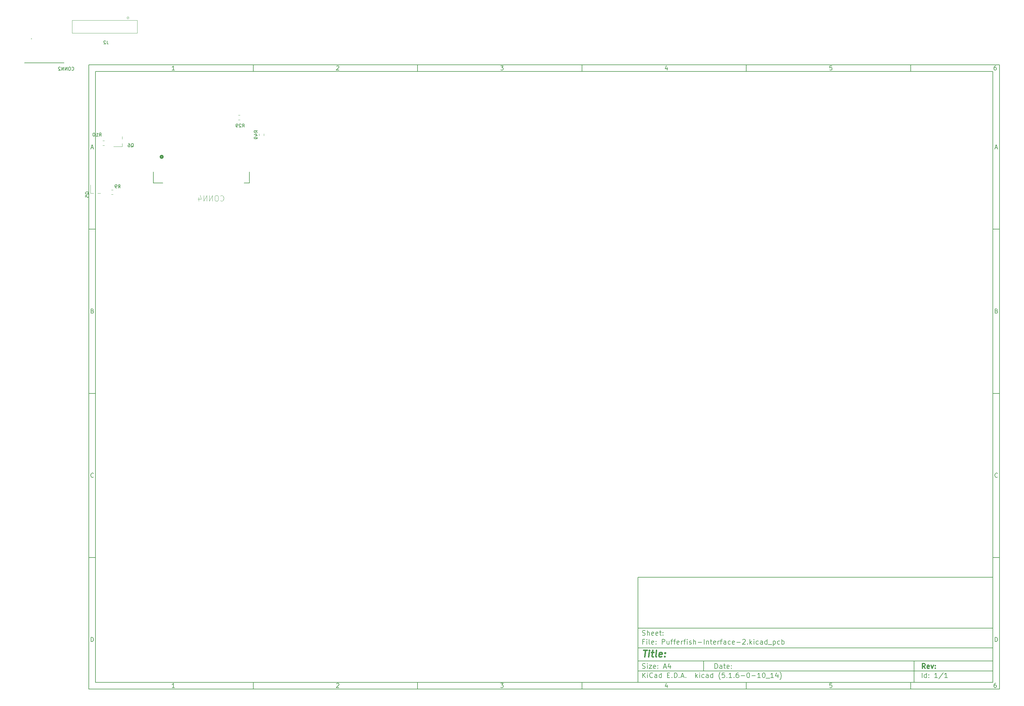
<source format=gbr>
G04 #@! TF.GenerationSoftware,KiCad,Pcbnew,(5.1.6-0-10_14)*
G04 #@! TF.CreationDate,2020-09-30T22:45:02-04:00*
G04 #@! TF.ProjectId,Pufferfish-Interface-2,50756666-6572-4666-9973-682d496e7465,rev?*
G04 #@! TF.SameCoordinates,Original*
G04 #@! TF.FileFunction,Legend,Bot*
G04 #@! TF.FilePolarity,Positive*
%FSLAX46Y46*%
G04 Gerber Fmt 4.6, Leading zero omitted, Abs format (unit mm)*
G04 Created by KiCad (PCBNEW (5.1.6-0-10_14)) date 2020-09-30 22:45:02*
%MOMM*%
%LPD*%
G01*
G04 APERTURE LIST*
%ADD10C,0.100000*%
%ADD11C,0.150000*%
%ADD12C,0.300000*%
%ADD13C,0.400000*%
%ADD14C,0.120000*%
%ADD15C,0.152400*%
%ADD16C,0.508000*%
%ADD17C,0.127000*%
%ADD18C,0.015000*%
G04 APERTURE END LIST*
D10*
D11*
X177002200Y-166007200D02*
X177002200Y-198007200D01*
X285002200Y-198007200D01*
X285002200Y-166007200D01*
X177002200Y-166007200D01*
D10*
D11*
X10000000Y-10000000D02*
X10000000Y-200007200D01*
X287002200Y-200007200D01*
X287002200Y-10000000D01*
X10000000Y-10000000D01*
D10*
D11*
X12000000Y-12000000D02*
X12000000Y-198007200D01*
X285002200Y-198007200D01*
X285002200Y-12000000D01*
X12000000Y-12000000D01*
D10*
D11*
X60000000Y-12000000D02*
X60000000Y-10000000D01*
D10*
D11*
X110000000Y-12000000D02*
X110000000Y-10000000D01*
D10*
D11*
X160000000Y-12000000D02*
X160000000Y-10000000D01*
D10*
D11*
X210000000Y-12000000D02*
X210000000Y-10000000D01*
D10*
D11*
X260000000Y-12000000D02*
X260000000Y-10000000D01*
D10*
D11*
X36065476Y-11588095D02*
X35322619Y-11588095D01*
X35694047Y-11588095D02*
X35694047Y-10288095D01*
X35570238Y-10473809D01*
X35446428Y-10597619D01*
X35322619Y-10659523D01*
D10*
D11*
X85322619Y-10411904D02*
X85384523Y-10350000D01*
X85508333Y-10288095D01*
X85817857Y-10288095D01*
X85941666Y-10350000D01*
X86003571Y-10411904D01*
X86065476Y-10535714D01*
X86065476Y-10659523D01*
X86003571Y-10845238D01*
X85260714Y-11588095D01*
X86065476Y-11588095D01*
D10*
D11*
X135260714Y-10288095D02*
X136065476Y-10288095D01*
X135632142Y-10783333D01*
X135817857Y-10783333D01*
X135941666Y-10845238D01*
X136003571Y-10907142D01*
X136065476Y-11030952D01*
X136065476Y-11340476D01*
X136003571Y-11464285D01*
X135941666Y-11526190D01*
X135817857Y-11588095D01*
X135446428Y-11588095D01*
X135322619Y-11526190D01*
X135260714Y-11464285D01*
D10*
D11*
X185941666Y-10721428D02*
X185941666Y-11588095D01*
X185632142Y-10226190D02*
X185322619Y-11154761D01*
X186127380Y-11154761D01*
D10*
D11*
X236003571Y-10288095D02*
X235384523Y-10288095D01*
X235322619Y-10907142D01*
X235384523Y-10845238D01*
X235508333Y-10783333D01*
X235817857Y-10783333D01*
X235941666Y-10845238D01*
X236003571Y-10907142D01*
X236065476Y-11030952D01*
X236065476Y-11340476D01*
X236003571Y-11464285D01*
X235941666Y-11526190D01*
X235817857Y-11588095D01*
X235508333Y-11588095D01*
X235384523Y-11526190D01*
X235322619Y-11464285D01*
D10*
D11*
X285941666Y-10288095D02*
X285694047Y-10288095D01*
X285570238Y-10350000D01*
X285508333Y-10411904D01*
X285384523Y-10597619D01*
X285322619Y-10845238D01*
X285322619Y-11340476D01*
X285384523Y-11464285D01*
X285446428Y-11526190D01*
X285570238Y-11588095D01*
X285817857Y-11588095D01*
X285941666Y-11526190D01*
X286003571Y-11464285D01*
X286065476Y-11340476D01*
X286065476Y-11030952D01*
X286003571Y-10907142D01*
X285941666Y-10845238D01*
X285817857Y-10783333D01*
X285570238Y-10783333D01*
X285446428Y-10845238D01*
X285384523Y-10907142D01*
X285322619Y-11030952D01*
D10*
D11*
X60000000Y-198007200D02*
X60000000Y-200007200D01*
D10*
D11*
X110000000Y-198007200D02*
X110000000Y-200007200D01*
D10*
D11*
X160000000Y-198007200D02*
X160000000Y-200007200D01*
D10*
D11*
X210000000Y-198007200D02*
X210000000Y-200007200D01*
D10*
D11*
X260000000Y-198007200D02*
X260000000Y-200007200D01*
D10*
D11*
X36065476Y-199595295D02*
X35322619Y-199595295D01*
X35694047Y-199595295D02*
X35694047Y-198295295D01*
X35570238Y-198481009D01*
X35446428Y-198604819D01*
X35322619Y-198666723D01*
D10*
D11*
X85322619Y-198419104D02*
X85384523Y-198357200D01*
X85508333Y-198295295D01*
X85817857Y-198295295D01*
X85941666Y-198357200D01*
X86003571Y-198419104D01*
X86065476Y-198542914D01*
X86065476Y-198666723D01*
X86003571Y-198852438D01*
X85260714Y-199595295D01*
X86065476Y-199595295D01*
D10*
D11*
X135260714Y-198295295D02*
X136065476Y-198295295D01*
X135632142Y-198790533D01*
X135817857Y-198790533D01*
X135941666Y-198852438D01*
X136003571Y-198914342D01*
X136065476Y-199038152D01*
X136065476Y-199347676D01*
X136003571Y-199471485D01*
X135941666Y-199533390D01*
X135817857Y-199595295D01*
X135446428Y-199595295D01*
X135322619Y-199533390D01*
X135260714Y-199471485D01*
D10*
D11*
X185941666Y-198728628D02*
X185941666Y-199595295D01*
X185632142Y-198233390D02*
X185322619Y-199161961D01*
X186127380Y-199161961D01*
D10*
D11*
X236003571Y-198295295D02*
X235384523Y-198295295D01*
X235322619Y-198914342D01*
X235384523Y-198852438D01*
X235508333Y-198790533D01*
X235817857Y-198790533D01*
X235941666Y-198852438D01*
X236003571Y-198914342D01*
X236065476Y-199038152D01*
X236065476Y-199347676D01*
X236003571Y-199471485D01*
X235941666Y-199533390D01*
X235817857Y-199595295D01*
X235508333Y-199595295D01*
X235384523Y-199533390D01*
X235322619Y-199471485D01*
D10*
D11*
X285941666Y-198295295D02*
X285694047Y-198295295D01*
X285570238Y-198357200D01*
X285508333Y-198419104D01*
X285384523Y-198604819D01*
X285322619Y-198852438D01*
X285322619Y-199347676D01*
X285384523Y-199471485D01*
X285446428Y-199533390D01*
X285570238Y-199595295D01*
X285817857Y-199595295D01*
X285941666Y-199533390D01*
X286003571Y-199471485D01*
X286065476Y-199347676D01*
X286065476Y-199038152D01*
X286003571Y-198914342D01*
X285941666Y-198852438D01*
X285817857Y-198790533D01*
X285570238Y-198790533D01*
X285446428Y-198852438D01*
X285384523Y-198914342D01*
X285322619Y-199038152D01*
D10*
D11*
X10000000Y-60000000D02*
X12000000Y-60000000D01*
D10*
D11*
X10000000Y-110000000D02*
X12000000Y-110000000D01*
D10*
D11*
X10000000Y-160000000D02*
X12000000Y-160000000D01*
D10*
D11*
X10690476Y-35216666D02*
X11309523Y-35216666D01*
X10566666Y-35588095D02*
X11000000Y-34288095D01*
X11433333Y-35588095D01*
D10*
D11*
X11092857Y-84907142D02*
X11278571Y-84969047D01*
X11340476Y-85030952D01*
X11402380Y-85154761D01*
X11402380Y-85340476D01*
X11340476Y-85464285D01*
X11278571Y-85526190D01*
X11154761Y-85588095D01*
X10659523Y-85588095D01*
X10659523Y-84288095D01*
X11092857Y-84288095D01*
X11216666Y-84350000D01*
X11278571Y-84411904D01*
X11340476Y-84535714D01*
X11340476Y-84659523D01*
X11278571Y-84783333D01*
X11216666Y-84845238D01*
X11092857Y-84907142D01*
X10659523Y-84907142D01*
D10*
D11*
X11402380Y-135464285D02*
X11340476Y-135526190D01*
X11154761Y-135588095D01*
X11030952Y-135588095D01*
X10845238Y-135526190D01*
X10721428Y-135402380D01*
X10659523Y-135278571D01*
X10597619Y-135030952D01*
X10597619Y-134845238D01*
X10659523Y-134597619D01*
X10721428Y-134473809D01*
X10845238Y-134350000D01*
X11030952Y-134288095D01*
X11154761Y-134288095D01*
X11340476Y-134350000D01*
X11402380Y-134411904D01*
D10*
D11*
X10659523Y-185588095D02*
X10659523Y-184288095D01*
X10969047Y-184288095D01*
X11154761Y-184350000D01*
X11278571Y-184473809D01*
X11340476Y-184597619D01*
X11402380Y-184845238D01*
X11402380Y-185030952D01*
X11340476Y-185278571D01*
X11278571Y-185402380D01*
X11154761Y-185526190D01*
X10969047Y-185588095D01*
X10659523Y-185588095D01*
D10*
D11*
X287002200Y-60000000D02*
X285002200Y-60000000D01*
D10*
D11*
X287002200Y-110000000D02*
X285002200Y-110000000D01*
D10*
D11*
X287002200Y-160000000D02*
X285002200Y-160000000D01*
D10*
D11*
X285692676Y-35216666D02*
X286311723Y-35216666D01*
X285568866Y-35588095D02*
X286002200Y-34288095D01*
X286435533Y-35588095D01*
D10*
D11*
X286095057Y-84907142D02*
X286280771Y-84969047D01*
X286342676Y-85030952D01*
X286404580Y-85154761D01*
X286404580Y-85340476D01*
X286342676Y-85464285D01*
X286280771Y-85526190D01*
X286156961Y-85588095D01*
X285661723Y-85588095D01*
X285661723Y-84288095D01*
X286095057Y-84288095D01*
X286218866Y-84350000D01*
X286280771Y-84411904D01*
X286342676Y-84535714D01*
X286342676Y-84659523D01*
X286280771Y-84783333D01*
X286218866Y-84845238D01*
X286095057Y-84907142D01*
X285661723Y-84907142D01*
D10*
D11*
X286404580Y-135464285D02*
X286342676Y-135526190D01*
X286156961Y-135588095D01*
X286033152Y-135588095D01*
X285847438Y-135526190D01*
X285723628Y-135402380D01*
X285661723Y-135278571D01*
X285599819Y-135030952D01*
X285599819Y-134845238D01*
X285661723Y-134597619D01*
X285723628Y-134473809D01*
X285847438Y-134350000D01*
X286033152Y-134288095D01*
X286156961Y-134288095D01*
X286342676Y-134350000D01*
X286404580Y-134411904D01*
D10*
D11*
X285661723Y-185588095D02*
X285661723Y-184288095D01*
X285971247Y-184288095D01*
X286156961Y-184350000D01*
X286280771Y-184473809D01*
X286342676Y-184597619D01*
X286404580Y-184845238D01*
X286404580Y-185030952D01*
X286342676Y-185278571D01*
X286280771Y-185402380D01*
X286156961Y-185526190D01*
X285971247Y-185588095D01*
X285661723Y-185588095D01*
D10*
D11*
X200434342Y-193785771D02*
X200434342Y-192285771D01*
X200791485Y-192285771D01*
X201005771Y-192357200D01*
X201148628Y-192500057D01*
X201220057Y-192642914D01*
X201291485Y-192928628D01*
X201291485Y-193142914D01*
X201220057Y-193428628D01*
X201148628Y-193571485D01*
X201005771Y-193714342D01*
X200791485Y-193785771D01*
X200434342Y-193785771D01*
X202577200Y-193785771D02*
X202577200Y-193000057D01*
X202505771Y-192857200D01*
X202362914Y-192785771D01*
X202077200Y-192785771D01*
X201934342Y-192857200D01*
X202577200Y-193714342D02*
X202434342Y-193785771D01*
X202077200Y-193785771D01*
X201934342Y-193714342D01*
X201862914Y-193571485D01*
X201862914Y-193428628D01*
X201934342Y-193285771D01*
X202077200Y-193214342D01*
X202434342Y-193214342D01*
X202577200Y-193142914D01*
X203077200Y-192785771D02*
X203648628Y-192785771D01*
X203291485Y-192285771D02*
X203291485Y-193571485D01*
X203362914Y-193714342D01*
X203505771Y-193785771D01*
X203648628Y-193785771D01*
X204720057Y-193714342D02*
X204577200Y-193785771D01*
X204291485Y-193785771D01*
X204148628Y-193714342D01*
X204077200Y-193571485D01*
X204077200Y-193000057D01*
X204148628Y-192857200D01*
X204291485Y-192785771D01*
X204577200Y-192785771D01*
X204720057Y-192857200D01*
X204791485Y-193000057D01*
X204791485Y-193142914D01*
X204077200Y-193285771D01*
X205434342Y-193642914D02*
X205505771Y-193714342D01*
X205434342Y-193785771D01*
X205362914Y-193714342D01*
X205434342Y-193642914D01*
X205434342Y-193785771D01*
X205434342Y-192857200D02*
X205505771Y-192928628D01*
X205434342Y-193000057D01*
X205362914Y-192928628D01*
X205434342Y-192857200D01*
X205434342Y-193000057D01*
D10*
D11*
X177002200Y-194507200D02*
X285002200Y-194507200D01*
D10*
D11*
X178434342Y-196585771D02*
X178434342Y-195085771D01*
X179291485Y-196585771D02*
X178648628Y-195728628D01*
X179291485Y-195085771D02*
X178434342Y-195942914D01*
X179934342Y-196585771D02*
X179934342Y-195585771D01*
X179934342Y-195085771D02*
X179862914Y-195157200D01*
X179934342Y-195228628D01*
X180005771Y-195157200D01*
X179934342Y-195085771D01*
X179934342Y-195228628D01*
X181505771Y-196442914D02*
X181434342Y-196514342D01*
X181220057Y-196585771D01*
X181077200Y-196585771D01*
X180862914Y-196514342D01*
X180720057Y-196371485D01*
X180648628Y-196228628D01*
X180577200Y-195942914D01*
X180577200Y-195728628D01*
X180648628Y-195442914D01*
X180720057Y-195300057D01*
X180862914Y-195157200D01*
X181077200Y-195085771D01*
X181220057Y-195085771D01*
X181434342Y-195157200D01*
X181505771Y-195228628D01*
X182791485Y-196585771D02*
X182791485Y-195800057D01*
X182720057Y-195657200D01*
X182577200Y-195585771D01*
X182291485Y-195585771D01*
X182148628Y-195657200D01*
X182791485Y-196514342D02*
X182648628Y-196585771D01*
X182291485Y-196585771D01*
X182148628Y-196514342D01*
X182077200Y-196371485D01*
X182077200Y-196228628D01*
X182148628Y-196085771D01*
X182291485Y-196014342D01*
X182648628Y-196014342D01*
X182791485Y-195942914D01*
X184148628Y-196585771D02*
X184148628Y-195085771D01*
X184148628Y-196514342D02*
X184005771Y-196585771D01*
X183720057Y-196585771D01*
X183577200Y-196514342D01*
X183505771Y-196442914D01*
X183434342Y-196300057D01*
X183434342Y-195871485D01*
X183505771Y-195728628D01*
X183577200Y-195657200D01*
X183720057Y-195585771D01*
X184005771Y-195585771D01*
X184148628Y-195657200D01*
X186005771Y-195800057D02*
X186505771Y-195800057D01*
X186720057Y-196585771D02*
X186005771Y-196585771D01*
X186005771Y-195085771D01*
X186720057Y-195085771D01*
X187362914Y-196442914D02*
X187434342Y-196514342D01*
X187362914Y-196585771D01*
X187291485Y-196514342D01*
X187362914Y-196442914D01*
X187362914Y-196585771D01*
X188077200Y-196585771D02*
X188077200Y-195085771D01*
X188434342Y-195085771D01*
X188648628Y-195157200D01*
X188791485Y-195300057D01*
X188862914Y-195442914D01*
X188934342Y-195728628D01*
X188934342Y-195942914D01*
X188862914Y-196228628D01*
X188791485Y-196371485D01*
X188648628Y-196514342D01*
X188434342Y-196585771D01*
X188077200Y-196585771D01*
X189577200Y-196442914D02*
X189648628Y-196514342D01*
X189577200Y-196585771D01*
X189505771Y-196514342D01*
X189577200Y-196442914D01*
X189577200Y-196585771D01*
X190220057Y-196157200D02*
X190934342Y-196157200D01*
X190077200Y-196585771D02*
X190577200Y-195085771D01*
X191077200Y-196585771D01*
X191577200Y-196442914D02*
X191648628Y-196514342D01*
X191577200Y-196585771D01*
X191505771Y-196514342D01*
X191577200Y-196442914D01*
X191577200Y-196585771D01*
X194577200Y-196585771D02*
X194577200Y-195085771D01*
X194720057Y-196014342D02*
X195148628Y-196585771D01*
X195148628Y-195585771D02*
X194577200Y-196157200D01*
X195791485Y-196585771D02*
X195791485Y-195585771D01*
X195791485Y-195085771D02*
X195720057Y-195157200D01*
X195791485Y-195228628D01*
X195862914Y-195157200D01*
X195791485Y-195085771D01*
X195791485Y-195228628D01*
X197148628Y-196514342D02*
X197005771Y-196585771D01*
X196720057Y-196585771D01*
X196577200Y-196514342D01*
X196505771Y-196442914D01*
X196434342Y-196300057D01*
X196434342Y-195871485D01*
X196505771Y-195728628D01*
X196577200Y-195657200D01*
X196720057Y-195585771D01*
X197005771Y-195585771D01*
X197148628Y-195657200D01*
X198434342Y-196585771D02*
X198434342Y-195800057D01*
X198362914Y-195657200D01*
X198220057Y-195585771D01*
X197934342Y-195585771D01*
X197791485Y-195657200D01*
X198434342Y-196514342D02*
X198291485Y-196585771D01*
X197934342Y-196585771D01*
X197791485Y-196514342D01*
X197720057Y-196371485D01*
X197720057Y-196228628D01*
X197791485Y-196085771D01*
X197934342Y-196014342D01*
X198291485Y-196014342D01*
X198434342Y-195942914D01*
X199791485Y-196585771D02*
X199791485Y-195085771D01*
X199791485Y-196514342D02*
X199648628Y-196585771D01*
X199362914Y-196585771D01*
X199220057Y-196514342D01*
X199148628Y-196442914D01*
X199077200Y-196300057D01*
X199077200Y-195871485D01*
X199148628Y-195728628D01*
X199220057Y-195657200D01*
X199362914Y-195585771D01*
X199648628Y-195585771D01*
X199791485Y-195657200D01*
X202077200Y-197157200D02*
X202005771Y-197085771D01*
X201862914Y-196871485D01*
X201791485Y-196728628D01*
X201720057Y-196514342D01*
X201648628Y-196157200D01*
X201648628Y-195871485D01*
X201720057Y-195514342D01*
X201791485Y-195300057D01*
X201862914Y-195157200D01*
X202005771Y-194942914D01*
X202077200Y-194871485D01*
X203362914Y-195085771D02*
X202648628Y-195085771D01*
X202577200Y-195800057D01*
X202648628Y-195728628D01*
X202791485Y-195657200D01*
X203148628Y-195657200D01*
X203291485Y-195728628D01*
X203362914Y-195800057D01*
X203434342Y-195942914D01*
X203434342Y-196300057D01*
X203362914Y-196442914D01*
X203291485Y-196514342D01*
X203148628Y-196585771D01*
X202791485Y-196585771D01*
X202648628Y-196514342D01*
X202577200Y-196442914D01*
X204077200Y-196442914D02*
X204148628Y-196514342D01*
X204077200Y-196585771D01*
X204005771Y-196514342D01*
X204077200Y-196442914D01*
X204077200Y-196585771D01*
X205577200Y-196585771D02*
X204720057Y-196585771D01*
X205148628Y-196585771D02*
X205148628Y-195085771D01*
X205005771Y-195300057D01*
X204862914Y-195442914D01*
X204720057Y-195514342D01*
X206220057Y-196442914D02*
X206291485Y-196514342D01*
X206220057Y-196585771D01*
X206148628Y-196514342D01*
X206220057Y-196442914D01*
X206220057Y-196585771D01*
X207577200Y-195085771D02*
X207291485Y-195085771D01*
X207148628Y-195157200D01*
X207077200Y-195228628D01*
X206934342Y-195442914D01*
X206862914Y-195728628D01*
X206862914Y-196300057D01*
X206934342Y-196442914D01*
X207005771Y-196514342D01*
X207148628Y-196585771D01*
X207434342Y-196585771D01*
X207577200Y-196514342D01*
X207648628Y-196442914D01*
X207720057Y-196300057D01*
X207720057Y-195942914D01*
X207648628Y-195800057D01*
X207577200Y-195728628D01*
X207434342Y-195657200D01*
X207148628Y-195657200D01*
X207005771Y-195728628D01*
X206934342Y-195800057D01*
X206862914Y-195942914D01*
X208362914Y-196014342D02*
X209505771Y-196014342D01*
X210505771Y-195085771D02*
X210648628Y-195085771D01*
X210791485Y-195157200D01*
X210862914Y-195228628D01*
X210934342Y-195371485D01*
X211005771Y-195657200D01*
X211005771Y-196014342D01*
X210934342Y-196300057D01*
X210862914Y-196442914D01*
X210791485Y-196514342D01*
X210648628Y-196585771D01*
X210505771Y-196585771D01*
X210362914Y-196514342D01*
X210291485Y-196442914D01*
X210220057Y-196300057D01*
X210148628Y-196014342D01*
X210148628Y-195657200D01*
X210220057Y-195371485D01*
X210291485Y-195228628D01*
X210362914Y-195157200D01*
X210505771Y-195085771D01*
X211648628Y-196014342D02*
X212791485Y-196014342D01*
X214291485Y-196585771D02*
X213434342Y-196585771D01*
X213862914Y-196585771D02*
X213862914Y-195085771D01*
X213720057Y-195300057D01*
X213577200Y-195442914D01*
X213434342Y-195514342D01*
X215220057Y-195085771D02*
X215362914Y-195085771D01*
X215505771Y-195157200D01*
X215577200Y-195228628D01*
X215648628Y-195371485D01*
X215720057Y-195657200D01*
X215720057Y-196014342D01*
X215648628Y-196300057D01*
X215577200Y-196442914D01*
X215505771Y-196514342D01*
X215362914Y-196585771D01*
X215220057Y-196585771D01*
X215077200Y-196514342D01*
X215005771Y-196442914D01*
X214934342Y-196300057D01*
X214862914Y-196014342D01*
X214862914Y-195657200D01*
X214934342Y-195371485D01*
X215005771Y-195228628D01*
X215077200Y-195157200D01*
X215220057Y-195085771D01*
X216005771Y-196728628D02*
X217148628Y-196728628D01*
X218291485Y-196585771D02*
X217434342Y-196585771D01*
X217862914Y-196585771D02*
X217862914Y-195085771D01*
X217720057Y-195300057D01*
X217577200Y-195442914D01*
X217434342Y-195514342D01*
X219577200Y-195585771D02*
X219577200Y-196585771D01*
X219220057Y-195014342D02*
X218862914Y-196085771D01*
X219791485Y-196085771D01*
X220220057Y-197157200D02*
X220291485Y-197085771D01*
X220434342Y-196871485D01*
X220505771Y-196728628D01*
X220577200Y-196514342D01*
X220648628Y-196157200D01*
X220648628Y-195871485D01*
X220577200Y-195514342D01*
X220505771Y-195300057D01*
X220434342Y-195157200D01*
X220291485Y-194942914D01*
X220220057Y-194871485D01*
D10*
D11*
X177002200Y-191507200D02*
X285002200Y-191507200D01*
D10*
D12*
X264411485Y-193785771D02*
X263911485Y-193071485D01*
X263554342Y-193785771D02*
X263554342Y-192285771D01*
X264125771Y-192285771D01*
X264268628Y-192357200D01*
X264340057Y-192428628D01*
X264411485Y-192571485D01*
X264411485Y-192785771D01*
X264340057Y-192928628D01*
X264268628Y-193000057D01*
X264125771Y-193071485D01*
X263554342Y-193071485D01*
X265625771Y-193714342D02*
X265482914Y-193785771D01*
X265197200Y-193785771D01*
X265054342Y-193714342D01*
X264982914Y-193571485D01*
X264982914Y-193000057D01*
X265054342Y-192857200D01*
X265197200Y-192785771D01*
X265482914Y-192785771D01*
X265625771Y-192857200D01*
X265697200Y-193000057D01*
X265697200Y-193142914D01*
X264982914Y-193285771D01*
X266197200Y-192785771D02*
X266554342Y-193785771D01*
X266911485Y-192785771D01*
X267482914Y-193642914D02*
X267554342Y-193714342D01*
X267482914Y-193785771D01*
X267411485Y-193714342D01*
X267482914Y-193642914D01*
X267482914Y-193785771D01*
X267482914Y-192857200D02*
X267554342Y-192928628D01*
X267482914Y-193000057D01*
X267411485Y-192928628D01*
X267482914Y-192857200D01*
X267482914Y-193000057D01*
D10*
D11*
X178362914Y-193714342D02*
X178577200Y-193785771D01*
X178934342Y-193785771D01*
X179077200Y-193714342D01*
X179148628Y-193642914D01*
X179220057Y-193500057D01*
X179220057Y-193357200D01*
X179148628Y-193214342D01*
X179077200Y-193142914D01*
X178934342Y-193071485D01*
X178648628Y-193000057D01*
X178505771Y-192928628D01*
X178434342Y-192857200D01*
X178362914Y-192714342D01*
X178362914Y-192571485D01*
X178434342Y-192428628D01*
X178505771Y-192357200D01*
X178648628Y-192285771D01*
X179005771Y-192285771D01*
X179220057Y-192357200D01*
X179862914Y-193785771D02*
X179862914Y-192785771D01*
X179862914Y-192285771D02*
X179791485Y-192357200D01*
X179862914Y-192428628D01*
X179934342Y-192357200D01*
X179862914Y-192285771D01*
X179862914Y-192428628D01*
X180434342Y-192785771D02*
X181220057Y-192785771D01*
X180434342Y-193785771D01*
X181220057Y-193785771D01*
X182362914Y-193714342D02*
X182220057Y-193785771D01*
X181934342Y-193785771D01*
X181791485Y-193714342D01*
X181720057Y-193571485D01*
X181720057Y-193000057D01*
X181791485Y-192857200D01*
X181934342Y-192785771D01*
X182220057Y-192785771D01*
X182362914Y-192857200D01*
X182434342Y-193000057D01*
X182434342Y-193142914D01*
X181720057Y-193285771D01*
X183077200Y-193642914D02*
X183148628Y-193714342D01*
X183077200Y-193785771D01*
X183005771Y-193714342D01*
X183077200Y-193642914D01*
X183077200Y-193785771D01*
X183077200Y-192857200D02*
X183148628Y-192928628D01*
X183077200Y-193000057D01*
X183005771Y-192928628D01*
X183077200Y-192857200D01*
X183077200Y-193000057D01*
X184862914Y-193357200D02*
X185577200Y-193357200D01*
X184720057Y-193785771D02*
X185220057Y-192285771D01*
X185720057Y-193785771D01*
X186862914Y-192785771D02*
X186862914Y-193785771D01*
X186505771Y-192214342D02*
X186148628Y-193285771D01*
X187077200Y-193285771D01*
D10*
D11*
X263434342Y-196585771D02*
X263434342Y-195085771D01*
X264791485Y-196585771D02*
X264791485Y-195085771D01*
X264791485Y-196514342D02*
X264648628Y-196585771D01*
X264362914Y-196585771D01*
X264220057Y-196514342D01*
X264148628Y-196442914D01*
X264077200Y-196300057D01*
X264077200Y-195871485D01*
X264148628Y-195728628D01*
X264220057Y-195657200D01*
X264362914Y-195585771D01*
X264648628Y-195585771D01*
X264791485Y-195657200D01*
X265505771Y-196442914D02*
X265577200Y-196514342D01*
X265505771Y-196585771D01*
X265434342Y-196514342D01*
X265505771Y-196442914D01*
X265505771Y-196585771D01*
X265505771Y-195657200D02*
X265577200Y-195728628D01*
X265505771Y-195800057D01*
X265434342Y-195728628D01*
X265505771Y-195657200D01*
X265505771Y-195800057D01*
X268148628Y-196585771D02*
X267291485Y-196585771D01*
X267720057Y-196585771D02*
X267720057Y-195085771D01*
X267577200Y-195300057D01*
X267434342Y-195442914D01*
X267291485Y-195514342D01*
X269862914Y-195014342D02*
X268577200Y-196942914D01*
X271148628Y-196585771D02*
X270291485Y-196585771D01*
X270720057Y-196585771D02*
X270720057Y-195085771D01*
X270577200Y-195300057D01*
X270434342Y-195442914D01*
X270291485Y-195514342D01*
D10*
D11*
X177002200Y-187507200D02*
X285002200Y-187507200D01*
D10*
D13*
X178714580Y-188211961D02*
X179857438Y-188211961D01*
X179036009Y-190211961D02*
X179286009Y-188211961D01*
X180274104Y-190211961D02*
X180440771Y-188878628D01*
X180524104Y-188211961D02*
X180416961Y-188307200D01*
X180500295Y-188402438D01*
X180607438Y-188307200D01*
X180524104Y-188211961D01*
X180500295Y-188402438D01*
X181107438Y-188878628D02*
X181869342Y-188878628D01*
X181476485Y-188211961D02*
X181262200Y-189926247D01*
X181333628Y-190116723D01*
X181512200Y-190211961D01*
X181702676Y-190211961D01*
X182655057Y-190211961D02*
X182476485Y-190116723D01*
X182405057Y-189926247D01*
X182619342Y-188211961D01*
X184190771Y-190116723D02*
X183988390Y-190211961D01*
X183607438Y-190211961D01*
X183428866Y-190116723D01*
X183357438Y-189926247D01*
X183452676Y-189164342D01*
X183571723Y-188973866D01*
X183774104Y-188878628D01*
X184155057Y-188878628D01*
X184333628Y-188973866D01*
X184405057Y-189164342D01*
X184381247Y-189354819D01*
X183405057Y-189545295D01*
X185155057Y-190021485D02*
X185238390Y-190116723D01*
X185131247Y-190211961D01*
X185047914Y-190116723D01*
X185155057Y-190021485D01*
X185131247Y-190211961D01*
X185286009Y-188973866D02*
X185369342Y-189069104D01*
X185262200Y-189164342D01*
X185178866Y-189069104D01*
X185286009Y-188973866D01*
X185262200Y-189164342D01*
D10*
D11*
X178934342Y-185600057D02*
X178434342Y-185600057D01*
X178434342Y-186385771D02*
X178434342Y-184885771D01*
X179148628Y-184885771D01*
X179720057Y-186385771D02*
X179720057Y-185385771D01*
X179720057Y-184885771D02*
X179648628Y-184957200D01*
X179720057Y-185028628D01*
X179791485Y-184957200D01*
X179720057Y-184885771D01*
X179720057Y-185028628D01*
X180648628Y-186385771D02*
X180505771Y-186314342D01*
X180434342Y-186171485D01*
X180434342Y-184885771D01*
X181791485Y-186314342D02*
X181648628Y-186385771D01*
X181362914Y-186385771D01*
X181220057Y-186314342D01*
X181148628Y-186171485D01*
X181148628Y-185600057D01*
X181220057Y-185457200D01*
X181362914Y-185385771D01*
X181648628Y-185385771D01*
X181791485Y-185457200D01*
X181862914Y-185600057D01*
X181862914Y-185742914D01*
X181148628Y-185885771D01*
X182505771Y-186242914D02*
X182577200Y-186314342D01*
X182505771Y-186385771D01*
X182434342Y-186314342D01*
X182505771Y-186242914D01*
X182505771Y-186385771D01*
X182505771Y-185457200D02*
X182577200Y-185528628D01*
X182505771Y-185600057D01*
X182434342Y-185528628D01*
X182505771Y-185457200D01*
X182505771Y-185600057D01*
X184362914Y-186385771D02*
X184362914Y-184885771D01*
X184934342Y-184885771D01*
X185077200Y-184957200D01*
X185148628Y-185028628D01*
X185220057Y-185171485D01*
X185220057Y-185385771D01*
X185148628Y-185528628D01*
X185077200Y-185600057D01*
X184934342Y-185671485D01*
X184362914Y-185671485D01*
X186505771Y-185385771D02*
X186505771Y-186385771D01*
X185862914Y-185385771D02*
X185862914Y-186171485D01*
X185934342Y-186314342D01*
X186077200Y-186385771D01*
X186291485Y-186385771D01*
X186434342Y-186314342D01*
X186505771Y-186242914D01*
X187005771Y-185385771D02*
X187577200Y-185385771D01*
X187220057Y-186385771D02*
X187220057Y-185100057D01*
X187291485Y-184957200D01*
X187434342Y-184885771D01*
X187577200Y-184885771D01*
X187862914Y-185385771D02*
X188434342Y-185385771D01*
X188077200Y-186385771D02*
X188077200Y-185100057D01*
X188148628Y-184957200D01*
X188291485Y-184885771D01*
X188434342Y-184885771D01*
X189505771Y-186314342D02*
X189362914Y-186385771D01*
X189077200Y-186385771D01*
X188934342Y-186314342D01*
X188862914Y-186171485D01*
X188862914Y-185600057D01*
X188934342Y-185457200D01*
X189077200Y-185385771D01*
X189362914Y-185385771D01*
X189505771Y-185457200D01*
X189577200Y-185600057D01*
X189577200Y-185742914D01*
X188862914Y-185885771D01*
X190220057Y-186385771D02*
X190220057Y-185385771D01*
X190220057Y-185671485D02*
X190291485Y-185528628D01*
X190362914Y-185457200D01*
X190505771Y-185385771D01*
X190648628Y-185385771D01*
X190934342Y-185385771D02*
X191505771Y-185385771D01*
X191148628Y-186385771D02*
X191148628Y-185100057D01*
X191220057Y-184957200D01*
X191362914Y-184885771D01*
X191505771Y-184885771D01*
X192005771Y-186385771D02*
X192005771Y-185385771D01*
X192005771Y-184885771D02*
X191934342Y-184957200D01*
X192005771Y-185028628D01*
X192077200Y-184957200D01*
X192005771Y-184885771D01*
X192005771Y-185028628D01*
X192648628Y-186314342D02*
X192791485Y-186385771D01*
X193077200Y-186385771D01*
X193220057Y-186314342D01*
X193291485Y-186171485D01*
X193291485Y-186100057D01*
X193220057Y-185957200D01*
X193077200Y-185885771D01*
X192862914Y-185885771D01*
X192720057Y-185814342D01*
X192648628Y-185671485D01*
X192648628Y-185600057D01*
X192720057Y-185457200D01*
X192862914Y-185385771D01*
X193077200Y-185385771D01*
X193220057Y-185457200D01*
X193934342Y-186385771D02*
X193934342Y-184885771D01*
X194577200Y-186385771D02*
X194577200Y-185600057D01*
X194505771Y-185457200D01*
X194362914Y-185385771D01*
X194148628Y-185385771D01*
X194005771Y-185457200D01*
X193934342Y-185528628D01*
X195291485Y-185814342D02*
X196434342Y-185814342D01*
X197148628Y-186385771D02*
X197148628Y-184885771D01*
X197862914Y-185385771D02*
X197862914Y-186385771D01*
X197862914Y-185528628D02*
X197934342Y-185457200D01*
X198077200Y-185385771D01*
X198291485Y-185385771D01*
X198434342Y-185457200D01*
X198505771Y-185600057D01*
X198505771Y-186385771D01*
X199005771Y-185385771D02*
X199577200Y-185385771D01*
X199220057Y-184885771D02*
X199220057Y-186171485D01*
X199291485Y-186314342D01*
X199434342Y-186385771D01*
X199577200Y-186385771D01*
X200648628Y-186314342D02*
X200505771Y-186385771D01*
X200220057Y-186385771D01*
X200077200Y-186314342D01*
X200005771Y-186171485D01*
X200005771Y-185600057D01*
X200077200Y-185457200D01*
X200220057Y-185385771D01*
X200505771Y-185385771D01*
X200648628Y-185457200D01*
X200720057Y-185600057D01*
X200720057Y-185742914D01*
X200005771Y-185885771D01*
X201362914Y-186385771D02*
X201362914Y-185385771D01*
X201362914Y-185671485D02*
X201434342Y-185528628D01*
X201505771Y-185457200D01*
X201648628Y-185385771D01*
X201791485Y-185385771D01*
X202077200Y-185385771D02*
X202648628Y-185385771D01*
X202291485Y-186385771D02*
X202291485Y-185100057D01*
X202362914Y-184957200D01*
X202505771Y-184885771D01*
X202648628Y-184885771D01*
X203791485Y-186385771D02*
X203791485Y-185600057D01*
X203720057Y-185457200D01*
X203577200Y-185385771D01*
X203291485Y-185385771D01*
X203148628Y-185457200D01*
X203791485Y-186314342D02*
X203648628Y-186385771D01*
X203291485Y-186385771D01*
X203148628Y-186314342D01*
X203077200Y-186171485D01*
X203077200Y-186028628D01*
X203148628Y-185885771D01*
X203291485Y-185814342D01*
X203648628Y-185814342D01*
X203791485Y-185742914D01*
X205148628Y-186314342D02*
X205005771Y-186385771D01*
X204720057Y-186385771D01*
X204577200Y-186314342D01*
X204505771Y-186242914D01*
X204434342Y-186100057D01*
X204434342Y-185671485D01*
X204505771Y-185528628D01*
X204577200Y-185457200D01*
X204720057Y-185385771D01*
X205005771Y-185385771D01*
X205148628Y-185457200D01*
X206362914Y-186314342D02*
X206220057Y-186385771D01*
X205934342Y-186385771D01*
X205791485Y-186314342D01*
X205720057Y-186171485D01*
X205720057Y-185600057D01*
X205791485Y-185457200D01*
X205934342Y-185385771D01*
X206220057Y-185385771D01*
X206362914Y-185457200D01*
X206434342Y-185600057D01*
X206434342Y-185742914D01*
X205720057Y-185885771D01*
X207077200Y-185814342D02*
X208220057Y-185814342D01*
X208862914Y-185028628D02*
X208934342Y-184957200D01*
X209077200Y-184885771D01*
X209434342Y-184885771D01*
X209577200Y-184957200D01*
X209648628Y-185028628D01*
X209720057Y-185171485D01*
X209720057Y-185314342D01*
X209648628Y-185528628D01*
X208791485Y-186385771D01*
X209720057Y-186385771D01*
X210362914Y-186242914D02*
X210434342Y-186314342D01*
X210362914Y-186385771D01*
X210291485Y-186314342D01*
X210362914Y-186242914D01*
X210362914Y-186385771D01*
X211077200Y-186385771D02*
X211077200Y-184885771D01*
X211220057Y-185814342D02*
X211648628Y-186385771D01*
X211648628Y-185385771D02*
X211077200Y-185957200D01*
X212291485Y-186385771D02*
X212291485Y-185385771D01*
X212291485Y-184885771D02*
X212220057Y-184957200D01*
X212291485Y-185028628D01*
X212362914Y-184957200D01*
X212291485Y-184885771D01*
X212291485Y-185028628D01*
X213648628Y-186314342D02*
X213505771Y-186385771D01*
X213220057Y-186385771D01*
X213077200Y-186314342D01*
X213005771Y-186242914D01*
X212934342Y-186100057D01*
X212934342Y-185671485D01*
X213005771Y-185528628D01*
X213077200Y-185457200D01*
X213220057Y-185385771D01*
X213505771Y-185385771D01*
X213648628Y-185457200D01*
X214934342Y-186385771D02*
X214934342Y-185600057D01*
X214862914Y-185457200D01*
X214720057Y-185385771D01*
X214434342Y-185385771D01*
X214291485Y-185457200D01*
X214934342Y-186314342D02*
X214791485Y-186385771D01*
X214434342Y-186385771D01*
X214291485Y-186314342D01*
X214220057Y-186171485D01*
X214220057Y-186028628D01*
X214291485Y-185885771D01*
X214434342Y-185814342D01*
X214791485Y-185814342D01*
X214934342Y-185742914D01*
X216291485Y-186385771D02*
X216291485Y-184885771D01*
X216291485Y-186314342D02*
X216148628Y-186385771D01*
X215862914Y-186385771D01*
X215720057Y-186314342D01*
X215648628Y-186242914D01*
X215577200Y-186100057D01*
X215577200Y-185671485D01*
X215648628Y-185528628D01*
X215720057Y-185457200D01*
X215862914Y-185385771D01*
X216148628Y-185385771D01*
X216291485Y-185457200D01*
X216648628Y-186528628D02*
X217791485Y-186528628D01*
X218148628Y-185385771D02*
X218148628Y-186885771D01*
X218148628Y-185457200D02*
X218291485Y-185385771D01*
X218577200Y-185385771D01*
X218720057Y-185457200D01*
X218791485Y-185528628D01*
X218862914Y-185671485D01*
X218862914Y-186100057D01*
X218791485Y-186242914D01*
X218720057Y-186314342D01*
X218577200Y-186385771D01*
X218291485Y-186385771D01*
X218148628Y-186314342D01*
X220148628Y-186314342D02*
X220005771Y-186385771D01*
X219720057Y-186385771D01*
X219577200Y-186314342D01*
X219505771Y-186242914D01*
X219434342Y-186100057D01*
X219434342Y-185671485D01*
X219505771Y-185528628D01*
X219577200Y-185457200D01*
X219720057Y-185385771D01*
X220005771Y-185385771D01*
X220148628Y-185457200D01*
X220791485Y-186385771D02*
X220791485Y-184885771D01*
X220791485Y-185457200D02*
X220934342Y-185385771D01*
X221220057Y-185385771D01*
X221362914Y-185457200D01*
X221434342Y-185528628D01*
X221505771Y-185671485D01*
X221505771Y-186100057D01*
X221434342Y-186242914D01*
X221362914Y-186314342D01*
X221220057Y-186385771D01*
X220934342Y-186385771D01*
X220791485Y-186314342D01*
D10*
D11*
X177002200Y-181507200D02*
X285002200Y-181507200D01*
D10*
D11*
X178362914Y-183614342D02*
X178577200Y-183685771D01*
X178934342Y-183685771D01*
X179077200Y-183614342D01*
X179148628Y-183542914D01*
X179220057Y-183400057D01*
X179220057Y-183257200D01*
X179148628Y-183114342D01*
X179077200Y-183042914D01*
X178934342Y-182971485D01*
X178648628Y-182900057D01*
X178505771Y-182828628D01*
X178434342Y-182757200D01*
X178362914Y-182614342D01*
X178362914Y-182471485D01*
X178434342Y-182328628D01*
X178505771Y-182257200D01*
X178648628Y-182185771D01*
X179005771Y-182185771D01*
X179220057Y-182257200D01*
X179862914Y-183685771D02*
X179862914Y-182185771D01*
X180505771Y-183685771D02*
X180505771Y-182900057D01*
X180434342Y-182757200D01*
X180291485Y-182685771D01*
X180077200Y-182685771D01*
X179934342Y-182757200D01*
X179862914Y-182828628D01*
X181791485Y-183614342D02*
X181648628Y-183685771D01*
X181362914Y-183685771D01*
X181220057Y-183614342D01*
X181148628Y-183471485D01*
X181148628Y-182900057D01*
X181220057Y-182757200D01*
X181362914Y-182685771D01*
X181648628Y-182685771D01*
X181791485Y-182757200D01*
X181862914Y-182900057D01*
X181862914Y-183042914D01*
X181148628Y-183185771D01*
X183077200Y-183614342D02*
X182934342Y-183685771D01*
X182648628Y-183685771D01*
X182505771Y-183614342D01*
X182434342Y-183471485D01*
X182434342Y-182900057D01*
X182505771Y-182757200D01*
X182648628Y-182685771D01*
X182934342Y-182685771D01*
X183077200Y-182757200D01*
X183148628Y-182900057D01*
X183148628Y-183042914D01*
X182434342Y-183185771D01*
X183577200Y-182685771D02*
X184148628Y-182685771D01*
X183791485Y-182185771D02*
X183791485Y-183471485D01*
X183862914Y-183614342D01*
X184005771Y-183685771D01*
X184148628Y-183685771D01*
X184648628Y-183542914D02*
X184720057Y-183614342D01*
X184648628Y-183685771D01*
X184577200Y-183614342D01*
X184648628Y-183542914D01*
X184648628Y-183685771D01*
X184648628Y-182757200D02*
X184720057Y-182828628D01*
X184648628Y-182900057D01*
X184577200Y-182828628D01*
X184648628Y-182757200D01*
X184648628Y-182900057D01*
D10*
D11*
X197002200Y-191507200D02*
X197002200Y-194507200D01*
D10*
D11*
X261002200Y-191507200D02*
X261002200Y-198007200D01*
D14*
X24695000Y-284640D02*
X24695000Y3515360D01*
X24695000Y-284640D02*
X4895000Y-284640D01*
X4895000Y3515360D02*
X4895000Y-284640D01*
X24695000Y3590360D02*
X4895000Y3590360D01*
X22195000Y4315360D02*
G75*
G03*
X22195000Y4315360I-300000J0D01*
G01*
D15*
X32476440Y-45951140D02*
X29606240Y-45951140D01*
X29606240Y-45951140D02*
X29606240Y-42572940D01*
X58816240Y-45951140D02*
X57216040Y-45951140D01*
X58816240Y-42572940D02*
X58816240Y-45951140D01*
D16*
X31765240Y-37975540D02*
G75*
G03*
X32527240Y-37975540I381000J0D01*
G01*
X32527240Y-37975540D02*
G75*
G03*
X31765240Y-37975540I-381000J0D01*
G01*
D14*
X61790000Y-30991422D02*
X61790000Y-31508578D01*
X63210000Y-30991422D02*
X63210000Y-31508578D01*
X55428922Y-26710000D02*
X55946078Y-26710000D01*
X55428922Y-25290000D02*
X55946078Y-25290000D01*
X20126060Y-32608760D02*
X20126060Y-31808760D01*
X17526060Y-34858760D02*
X20126060Y-34858760D01*
X20126060Y-34858760D02*
X20126060Y-33908760D01*
X12720120Y-49105100D02*
X13520120Y-49105100D01*
X10470120Y-46505100D02*
X10470120Y-49105100D01*
X10470120Y-49105100D02*
X11420120Y-49105100D01*
X14696178Y-33054220D02*
X14179022Y-33054220D01*
X14696178Y-34474220D02*
X14179022Y-34474220D01*
X16866102Y-49444980D02*
X17383258Y-49444980D01*
X16866102Y-48024980D02*
X17383258Y-48024980D01*
D10*
X-7346780Y-2045660D02*
G75*
G03*
X-7346780Y-2045660I-127000J0D01*
G01*
D17*
X2401220Y-9395660D02*
X-9548780Y-9395660D01*
D11*
X15528333Y-2637020D02*
X15528333Y-3351306D01*
X15575952Y-3494163D01*
X15671190Y-3589401D01*
X15814047Y-3637020D01*
X15909285Y-3637020D01*
X15099761Y-2732259D02*
X15052142Y-2684640D01*
X14956904Y-2637020D01*
X14718809Y-2637020D01*
X14623571Y-2684640D01*
X14575952Y-2732259D01*
X14528333Y-2827497D01*
X14528333Y-2922735D01*
X14575952Y-3065592D01*
X15147380Y-3637020D01*
X14528333Y-3637020D01*
D18*
X50012824Y-51257141D02*
X50091048Y-51335366D01*
X50325721Y-51413590D01*
X50482170Y-51413590D01*
X50716842Y-51335366D01*
X50873291Y-51178917D01*
X50951515Y-51022469D01*
X51029739Y-50709572D01*
X51029739Y-50474899D01*
X50951515Y-50162002D01*
X50873291Y-50005553D01*
X50716842Y-49849105D01*
X50482170Y-49770881D01*
X50325721Y-49770881D01*
X50091048Y-49849105D01*
X50012824Y-49927329D01*
X48995909Y-49770881D02*
X48683012Y-49770881D01*
X48526564Y-49849105D01*
X48370115Y-50005553D01*
X48291891Y-50318450D01*
X48291891Y-50866020D01*
X48370115Y-51178917D01*
X48526564Y-51335366D01*
X48683012Y-51413590D01*
X48995909Y-51413590D01*
X49152358Y-51335366D01*
X49308806Y-51178917D01*
X49387030Y-50866020D01*
X49387030Y-50318450D01*
X49308806Y-50005553D01*
X49152358Y-49849105D01*
X48995909Y-49770881D01*
X47587873Y-51413590D02*
X47587873Y-49770881D01*
X46649182Y-51413590D01*
X46649182Y-49770881D01*
X45866940Y-51413590D02*
X45866940Y-49770881D01*
X44928249Y-51413590D01*
X44928249Y-49770881D01*
X43441988Y-50318450D02*
X43441988Y-51413590D01*
X43833109Y-49692657D02*
X44224231Y-50866020D01*
X43207315Y-50866020D01*
D11*
X61302380Y-30607142D02*
X60826190Y-30273809D01*
X61302380Y-30035714D02*
X60302380Y-30035714D01*
X60302380Y-30416666D01*
X60350000Y-30511904D01*
X60397619Y-30559523D01*
X60492857Y-30607142D01*
X60635714Y-30607142D01*
X60730952Y-30559523D01*
X60778571Y-30511904D01*
X60826190Y-30416666D01*
X60826190Y-30035714D01*
X60635714Y-31464285D02*
X61302380Y-31464285D01*
X60254761Y-31226190D02*
X60969047Y-30988095D01*
X60969047Y-31607142D01*
X61302380Y-32035714D02*
X61302380Y-32226190D01*
X61254761Y-32321428D01*
X61207142Y-32369047D01*
X61064285Y-32464285D01*
X60873809Y-32511904D01*
X60492857Y-32511904D01*
X60397619Y-32464285D01*
X60350000Y-32416666D01*
X60302380Y-32321428D01*
X60302380Y-32130952D01*
X60350000Y-32035714D01*
X60397619Y-31988095D01*
X60492857Y-31940476D01*
X60730952Y-31940476D01*
X60826190Y-31988095D01*
X60873809Y-32035714D01*
X60921428Y-32130952D01*
X60921428Y-32321428D01*
X60873809Y-32416666D01*
X60826190Y-32464285D01*
X60730952Y-32511904D01*
X56642857Y-28952380D02*
X56976190Y-28476190D01*
X57214285Y-28952380D02*
X57214285Y-27952380D01*
X56833333Y-27952380D01*
X56738095Y-28000000D01*
X56690476Y-28047619D01*
X56642857Y-28142857D01*
X56642857Y-28285714D01*
X56690476Y-28380952D01*
X56738095Y-28428571D01*
X56833333Y-28476190D01*
X57214285Y-28476190D01*
X56261904Y-28047619D02*
X56214285Y-28000000D01*
X56119047Y-27952380D01*
X55880952Y-27952380D01*
X55785714Y-28000000D01*
X55738095Y-28047619D01*
X55690476Y-28142857D01*
X55690476Y-28238095D01*
X55738095Y-28380952D01*
X56309523Y-28952380D01*
X55690476Y-28952380D01*
X55214285Y-28952380D02*
X55023809Y-28952380D01*
X54928571Y-28904761D01*
X54880952Y-28857142D01*
X54785714Y-28714285D01*
X54738095Y-28523809D01*
X54738095Y-28142857D01*
X54785714Y-28047619D01*
X54833333Y-28000000D01*
X54928571Y-27952380D01*
X55119047Y-27952380D01*
X55214285Y-28000000D01*
X55261904Y-28047619D01*
X55309523Y-28142857D01*
X55309523Y-28380952D01*
X55261904Y-28476190D01*
X55214285Y-28523809D01*
X55119047Y-28571428D01*
X54928571Y-28571428D01*
X54833333Y-28523809D01*
X54785714Y-28476190D01*
X54738095Y-28380952D01*
X22845238Y-35047619D02*
X22940476Y-35000000D01*
X23035714Y-34904761D01*
X23178571Y-34761904D01*
X23273809Y-34714285D01*
X23369047Y-34714285D01*
X23321428Y-34952380D02*
X23416666Y-34904761D01*
X23511904Y-34809523D01*
X23559523Y-34619047D01*
X23559523Y-34285714D01*
X23511904Y-34095238D01*
X23416666Y-34000000D01*
X23321428Y-33952380D01*
X23130952Y-33952380D01*
X23035714Y-34000000D01*
X22940476Y-34095238D01*
X22892857Y-34285714D01*
X22892857Y-34619047D01*
X22940476Y-34809523D01*
X23035714Y-34904761D01*
X23130952Y-34952380D01*
X23321428Y-34952380D01*
X22035714Y-33952380D02*
X22226190Y-33952380D01*
X22321428Y-34000000D01*
X22369047Y-34047619D01*
X22464285Y-34190476D01*
X22511904Y-34380952D01*
X22511904Y-34761904D01*
X22464285Y-34857142D01*
X22416666Y-34904761D01*
X22321428Y-34952380D01*
X22130952Y-34952380D01*
X22035714Y-34904761D01*
X21988095Y-34857142D01*
X21940476Y-34761904D01*
X21940476Y-34523809D01*
X21988095Y-34428571D01*
X22035714Y-34380952D01*
X22130952Y-34333333D01*
X22321428Y-34333333D01*
X22416666Y-34380952D01*
X22464285Y-34428571D01*
X22511904Y-34523809D01*
X10047619Y-49404761D02*
X10000000Y-49309523D01*
X9904761Y-49214285D01*
X9761904Y-49071428D01*
X9714285Y-48976190D01*
X9714285Y-48880952D01*
X9952380Y-48928571D02*
X9904761Y-48833333D01*
X9809523Y-48738095D01*
X9619047Y-48690476D01*
X9285714Y-48690476D01*
X9095238Y-48738095D01*
X9000000Y-48833333D01*
X8952380Y-48928571D01*
X8952380Y-49119047D01*
X9000000Y-49214285D01*
X9095238Y-49309523D01*
X9285714Y-49357142D01*
X9619047Y-49357142D01*
X9809523Y-49309523D01*
X9904761Y-49214285D01*
X9952380Y-49119047D01*
X9952380Y-48928571D01*
X8952380Y-50261904D02*
X8952380Y-49785714D01*
X9428571Y-49738095D01*
X9380952Y-49785714D01*
X9333333Y-49880952D01*
X9333333Y-50119047D01*
X9380952Y-50214285D01*
X9428571Y-50261904D01*
X9523809Y-50309523D01*
X9761904Y-50309523D01*
X9857142Y-50261904D01*
X9904761Y-50214285D01*
X9952380Y-50119047D01*
X9952380Y-49880952D01*
X9904761Y-49785714D01*
X9857142Y-49738095D01*
X13142857Y-31702380D02*
X13476190Y-31226190D01*
X13714285Y-31702380D02*
X13714285Y-30702380D01*
X13333333Y-30702380D01*
X13238095Y-30750000D01*
X13190476Y-30797619D01*
X13142857Y-30892857D01*
X13142857Y-31035714D01*
X13190476Y-31130952D01*
X13238095Y-31178571D01*
X13333333Y-31226190D01*
X13714285Y-31226190D01*
X12190476Y-31702380D02*
X12761904Y-31702380D01*
X12476190Y-31702380D02*
X12476190Y-30702380D01*
X12571428Y-30845238D01*
X12666666Y-30940476D01*
X12761904Y-30988095D01*
X11571428Y-30702380D02*
X11476190Y-30702380D01*
X11380952Y-30750000D01*
X11333333Y-30797619D01*
X11285714Y-30892857D01*
X11238095Y-31083333D01*
X11238095Y-31321428D01*
X11285714Y-31511904D01*
X11333333Y-31607142D01*
X11380952Y-31654761D01*
X11476190Y-31702380D01*
X11571428Y-31702380D01*
X11666666Y-31654761D01*
X11714285Y-31607142D01*
X11761904Y-31511904D01*
X11809523Y-31321428D01*
X11809523Y-31083333D01*
X11761904Y-30892857D01*
X11714285Y-30797619D01*
X11666666Y-30750000D01*
X11571428Y-30702380D01*
X18916666Y-47452380D02*
X19250000Y-46976190D01*
X19488095Y-47452380D02*
X19488095Y-46452380D01*
X19107142Y-46452380D01*
X19011904Y-46500000D01*
X18964285Y-46547619D01*
X18916666Y-46642857D01*
X18916666Y-46785714D01*
X18964285Y-46880952D01*
X19011904Y-46928571D01*
X19107142Y-46976190D01*
X19488095Y-46976190D01*
X18440476Y-47452380D02*
X18250000Y-47452380D01*
X18154761Y-47404761D01*
X18107142Y-47357142D01*
X18011904Y-47214285D01*
X17964285Y-47023809D01*
X17964285Y-46642857D01*
X18011904Y-46547619D01*
X18059523Y-46500000D01*
X18154761Y-46452380D01*
X18345238Y-46452380D01*
X18440476Y-46500000D01*
X18488095Y-46547619D01*
X18535714Y-46642857D01*
X18535714Y-46880952D01*
X18488095Y-46976190D01*
X18440476Y-47023809D01*
X18345238Y-47071428D01*
X18154761Y-47071428D01*
X18059523Y-47023809D01*
X18011904Y-46976190D01*
X17964285Y-46880952D01*
X4827993Y-11574041D02*
X4875647Y-11621694D01*
X5018607Y-11669348D01*
X5113914Y-11669348D01*
X5256875Y-11621694D01*
X5352182Y-11526387D01*
X5399835Y-11431080D01*
X5447489Y-11240466D01*
X5447489Y-11097506D01*
X5399835Y-10906892D01*
X5352182Y-10811585D01*
X5256875Y-10716278D01*
X5113914Y-10668624D01*
X5018607Y-10668624D01*
X4875647Y-10716278D01*
X4827993Y-10763931D01*
X4208497Y-10668624D02*
X4017883Y-10668624D01*
X3922576Y-10716278D01*
X3827269Y-10811585D01*
X3779616Y-11002199D01*
X3779616Y-11335773D01*
X3827269Y-11526387D01*
X3922576Y-11621694D01*
X4017883Y-11669348D01*
X4208497Y-11669348D01*
X4303804Y-11621694D01*
X4399111Y-11526387D01*
X4446765Y-11335773D01*
X4446765Y-11002199D01*
X4399111Y-10811585D01*
X4303804Y-10716278D01*
X4208497Y-10668624D01*
X3350734Y-11669348D02*
X3350734Y-10668624D01*
X2778892Y-11669348D01*
X2778892Y-10668624D01*
X2302356Y-11669348D02*
X2302356Y-10668624D01*
X1730514Y-11669348D01*
X1730514Y-10668624D01*
X1301632Y-10763931D02*
X1253979Y-10716278D01*
X1158672Y-10668624D01*
X920404Y-10668624D01*
X825097Y-10716278D01*
X777444Y-10763931D01*
X729790Y-10859238D01*
X729790Y-10954545D01*
X777444Y-11097506D01*
X1349286Y-11669348D01*
X729790Y-11669348D01*
M02*

</source>
